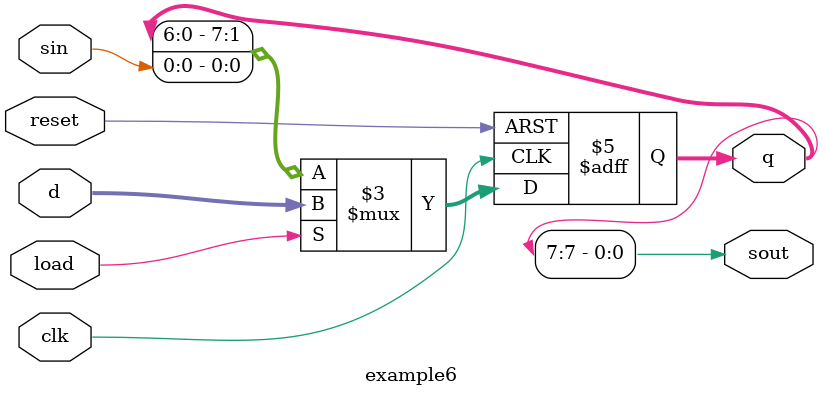
<source format=sv>
module example6 #(parameter N = 8)
(input logic clk,
input logic reset, load,
input logic sin,
input logic [N-1:0] d,
output logic [N-1:0] q,
output logic sout);
 
always_ff @(posedge clk, posedge reset)
if (reset) q <= 0;
else if (load) q <= d;
else q <= {q[N-2:0], sin};

assign sout = q[N-1];
endmodule
</source>
